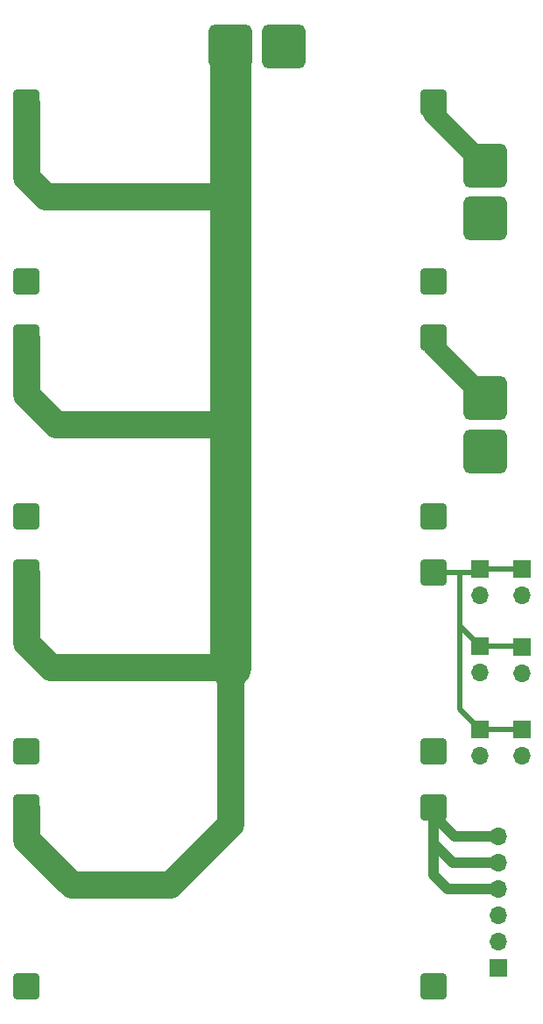
<source format=gtl>
G04 #@! TF.GenerationSoftware,KiCad,Pcbnew,9.0.0-9.0.0-2~ubuntu24.04.1*
G04 #@! TF.CreationDate,2025-04-02T19:47:33+02:00*
G04 #@! TF.ProjectId,Buck_InterFace,4275636b-5f49-46e7-9465-72466163652e,rev?*
G04 #@! TF.SameCoordinates,Original*
G04 #@! TF.FileFunction,Copper,L1,Top*
G04 #@! TF.FilePolarity,Positive*
%FSLAX46Y46*%
G04 Gerber Fmt 4.6, Leading zero omitted, Abs format (unit mm)*
G04 Created by KiCad (PCBNEW 9.0.0-9.0.0-2~ubuntu24.04.1) date 2025-04-02 19:47:33*
%MOMM*%
%LPD*%
G01*
G04 APERTURE LIST*
G04 Aperture macros list*
%AMRoundRect*
0 Rectangle with rounded corners*
0 $1 Rounding radius*
0 $2 $3 $4 $5 $6 $7 $8 $9 X,Y pos of 4 corners*
0 Add a 4 corners polygon primitive as box body*
4,1,4,$2,$3,$4,$5,$6,$7,$8,$9,$2,$3,0*
0 Add four circle primitives for the rounded corners*
1,1,$1+$1,$2,$3*
1,1,$1+$1,$4,$5*
1,1,$1+$1,$6,$7*
1,1,$1+$1,$8,$9*
0 Add four rect primitives between the rounded corners*
20,1,$1+$1,$2,$3,$4,$5,0*
20,1,$1+$1,$4,$5,$6,$7,0*
20,1,$1+$1,$6,$7,$8,$9,0*
20,1,$1+$1,$8,$9,$2,$3,0*%
G04 Aperture macros list end*
G04 #@! TA.AperFunction,ComponentPad*
%ADD10O,1.700000X1.700000*%
G04 #@! TD*
G04 #@! TA.AperFunction,ComponentPad*
%ADD11R,1.700000X1.700000*%
G04 #@! TD*
G04 #@! TA.AperFunction,ComponentPad*
%ADD12RoundRect,0.381000X-0.889000X-0.889000X0.889000X-0.889000X0.889000X0.889000X-0.889000X0.889000X0*%
G04 #@! TD*
G04 #@! TA.AperFunction,ComponentPad*
%ADD13RoundRect,0.637500X-1.487500X1.487500X-1.487500X-1.487500X1.487500X-1.487500X1.487500X1.487500X0*%
G04 #@! TD*
G04 #@! TA.AperFunction,ComponentPad*
%ADD14RoundRect,0.637500X-1.487500X-1.487500X1.487500X-1.487500X1.487500X1.487500X-1.487500X1.487500X0*%
G04 #@! TD*
G04 #@! TA.AperFunction,Conductor*
%ADD15C,1.000000*%
G04 #@! TD*
G04 #@! TA.AperFunction,Conductor*
%ADD16C,0.500000*%
G04 #@! TD*
G04 #@! TA.AperFunction,Conductor*
%ADD17C,4.000000*%
G04 #@! TD*
G04 #@! TA.AperFunction,Conductor*
%ADD18C,2.600000*%
G04 #@! TD*
G04 #@! TA.AperFunction,Conductor*
%ADD19C,2.000000*%
G04 #@! TD*
G04 APERTURE END LIST*
D10*
X152250000Y-115300000D03*
X152250000Y-117840000D03*
X152250000Y-120380000D03*
X152250000Y-122920000D03*
X152250000Y-125460000D03*
D11*
X152250000Y-128000000D03*
X150500000Y-96960000D03*
D10*
X150500000Y-99500000D03*
D12*
X106630000Y-44458000D03*
X106630000Y-61730000D03*
X146000000Y-44458000D03*
X146000000Y-61730000D03*
D11*
X154500000Y-89460000D03*
D10*
X154500000Y-92000000D03*
D11*
X154500000Y-105000000D03*
D10*
X154500000Y-107540000D03*
D12*
X106630000Y-67148000D03*
X106630000Y-84420000D03*
X146000000Y-67148000D03*
X146000000Y-84420000D03*
D13*
X151000000Y-50500000D03*
X151000000Y-55630800D03*
D14*
X126369200Y-39000000D03*
X131500000Y-39000000D03*
D13*
X151000000Y-73000000D03*
X151000000Y-78130800D03*
D11*
X150500000Y-105000000D03*
D10*
X150500000Y-107540000D03*
D12*
X106630000Y-89838000D03*
X106630000Y-107110000D03*
X146000000Y-89838000D03*
X146000000Y-107110000D03*
X106630000Y-112528000D03*
X106630000Y-129800000D03*
X146000000Y-112528000D03*
X146000000Y-129800000D03*
D11*
X154500000Y-97000000D03*
D10*
X154500000Y-99540000D03*
D11*
X150500000Y-89460000D03*
D10*
X150500000Y-92000000D03*
D15*
X152250000Y-115300000D02*
X148050000Y-115300000D01*
X148050000Y-115300000D02*
X146000000Y-113250000D01*
X146000000Y-113250000D02*
X146000000Y-112528000D01*
X152250000Y-117840000D02*
X147840000Y-117840000D01*
X147840000Y-117840000D02*
X146000000Y-116000000D01*
X146000000Y-116000000D02*
X146000000Y-119000000D01*
X146000000Y-119000000D02*
X147380000Y-120380000D01*
X147380000Y-120380000D02*
X152250000Y-120380000D01*
D16*
X150500000Y-105000000D02*
X154500000Y-105000000D01*
X150500000Y-96960000D02*
X154460000Y-96960000D01*
X150122000Y-89838000D02*
X150500000Y-89460000D01*
X148500000Y-89838000D02*
X150122000Y-89838000D01*
X146000000Y-89838000D02*
X148500000Y-89838000D01*
X150500000Y-89460000D02*
X154500000Y-89460000D01*
X148500000Y-103000000D02*
X150500000Y-105000000D01*
X148500000Y-94960000D02*
X150500000Y-96960000D01*
X148500000Y-94960000D02*
X148500000Y-103000000D01*
X148500000Y-89838000D02*
X148500000Y-94960000D01*
X154460000Y-96960000D02*
X154500000Y-97000000D01*
D15*
X146000000Y-112528000D02*
X146000000Y-116000000D01*
D17*
X126369200Y-75500000D02*
X126369200Y-53500000D01*
D18*
X109000000Y-99000000D02*
X126369200Y-99000000D01*
X108500000Y-53500000D02*
X126369200Y-53500000D01*
X106630000Y-67148000D02*
X106630000Y-72630000D01*
X106630000Y-72630000D02*
X109500000Y-75500000D01*
X106630000Y-115630000D02*
X111000000Y-120000000D01*
X106630000Y-112528000D02*
X106630000Y-115630000D01*
X109500000Y-75500000D02*
X126369200Y-75500000D01*
X106630000Y-89838000D02*
X106630000Y-96630000D01*
X111000000Y-120000000D02*
X120500000Y-120000000D01*
X106630000Y-44458000D02*
X106630000Y-51630000D01*
X120500000Y-120000000D02*
X126369200Y-114130800D01*
D17*
X126369200Y-53500000D02*
X126369200Y-39000000D01*
X126369200Y-99000000D02*
X126369200Y-75500000D01*
D18*
X106630000Y-96630000D02*
X109000000Y-99000000D01*
X126369200Y-114130800D02*
X126369200Y-99000000D01*
X106630000Y-51630000D02*
X108500000Y-53500000D01*
D19*
X146000000Y-44458000D02*
X146000000Y-45500000D01*
X146000000Y-45500000D02*
X151000000Y-50500000D01*
X146000000Y-67148000D02*
X146000000Y-68000000D01*
X146000000Y-68000000D02*
X151000000Y-73000000D01*
M02*

</source>
